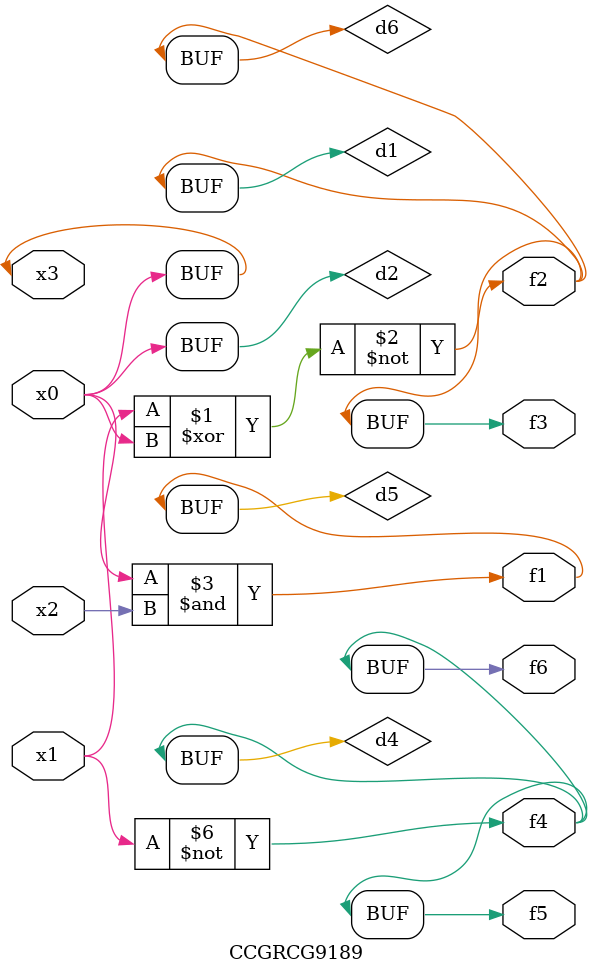
<source format=v>
module CCGRCG9189(
	input x0, x1, x2, x3,
	output f1, f2, f3, f4, f5, f6
);

	wire d1, d2, d3, d4, d5, d6;

	xnor (d1, x1, x3);
	buf (d2, x0, x3);
	nand (d3, x0, x2);
	not (d4, x1);
	nand (d5, d3);
	or (d6, d1);
	assign f1 = d5;
	assign f2 = d6;
	assign f3 = d6;
	assign f4 = d4;
	assign f5 = d4;
	assign f6 = d4;
endmodule

</source>
